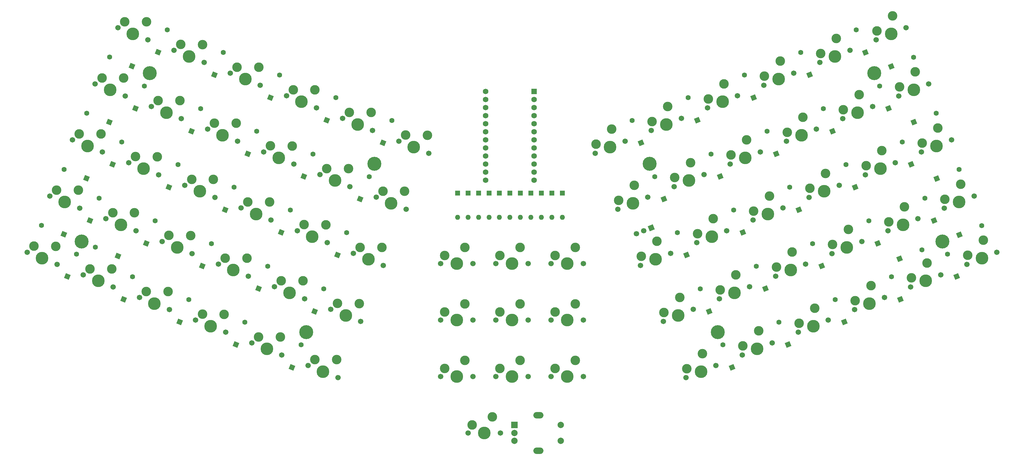
<source format=gts>
G04 #@! TF.GenerationSoftware,KiCad,Pcbnew,8.0.1*
G04 #@! TF.CreationDate,2024-05-03T20:41:19+02:00*
G04 #@! TF.ProjectId,boomerang,626f6f6d-6572-4616-9e67-2e6b69636164,rev?*
G04 #@! TF.SameCoordinates,Original*
G04 #@! TF.FileFunction,Soldermask,Top*
G04 #@! TF.FilePolarity,Negative*
%FSLAX46Y46*%
G04 Gerber Fmt 4.6, Leading zero omitted, Abs format (unit mm)*
G04 Created by KiCad (PCBNEW 8.0.1) date 2024-05-03 20:41:19*
%MOMM*%
%LPD*%
G01*
G04 APERTURE LIST*
G04 Aperture macros list*
%AMHorizOval*
0 Thick line with rounded ends*
0 $1 width*
0 $2 $3 position (X,Y) of the first rounded end (center of the circle)*
0 $4 $5 position (X,Y) of the second rounded end (center of the circle)*
0 Add line between two ends*
20,1,$1,$2,$3,$4,$5,0*
0 Add two circle primitives to create the rounded ends*
1,1,$1,$2,$3*
1,1,$1,$4,$5*%
%AMRotRect*
0 Rectangle, with rotation*
0 The origin of the aperture is its center*
0 $1 length*
0 $2 width*
0 $3 Rotation angle, in degrees counterclockwise*
0 Add horizontal line*
21,1,$1,$2,0,0,$3*%
G04 Aperture macros list end*
%ADD10RotRect,1.600000X1.600000X68.000000*%
%ADD11HorizOval,1.600000X0.000000X0.000000X0.000000X0.000000X0*%
%ADD12C,1.701800*%
%ADD13C,3.000000*%
%ADD14C,3.987800*%
%ADD15RotRect,1.600000X1.600000X112.000000*%
%ADD16HorizOval,1.600000X0.000000X0.000000X0.000000X0.000000X0*%
%ADD17RotRect,1.700000X1.700000X292.000000*%
%ADD18HorizOval,1.700000X0.000000X0.000000X0.000000X0.000000X0*%
%ADD19R,1.600000X1.600000*%
%ADD20O,1.600000X1.600000*%
%ADD21RotRect,1.600000X1.600000X22.000000*%
%ADD22HorizOval,1.600000X0.000000X0.000000X0.000000X0.000000X0*%
%ADD23RotRect,1.600000X1.600000X158.000000*%
%ADD24HorizOval,1.600000X0.000000X0.000000X0.000000X0.000000X0*%
%ADD25C,4.400000*%
%ADD26O,3.200000X2.000000*%
%ADD27R,2.000000X2.000000*%
%ADD28C,2.000000*%
%ADD29R,1.752600X1.752600*%
%ADD30C,1.752600*%
G04 APERTURE END LIST*
D10*
X90716236Y-70674026D03*
D11*
X93570738Y-63608885D03*
D12*
X302507555Y-134048979D03*
D13*
X302733578Y-131218182D03*
D14*
X307217649Y-132145978D03*
D13*
X307669694Y-126484383D03*
D12*
X311927743Y-130242977D03*
X214235955Y-137211431D03*
D13*
X215505955Y-134671431D03*
D14*
X219315955Y-137211431D03*
D13*
X221855955Y-132131431D03*
D12*
X224395955Y-137211431D03*
D15*
X313023542Y-70744577D03*
D16*
X310169040Y-63679436D03*
D12*
X74325810Y-123107534D03*
D13*
X76454834Y-121228237D03*
D14*
X79035904Y-125010535D03*
D13*
X83293952Y-121251942D03*
D12*
X83745998Y-126913536D03*
D17*
X245755047Y-125948499D03*
D18*
X243400000Y-126900000D03*
X241044953Y-127851500D03*
D15*
X327472682Y-105998919D03*
D16*
X324618180Y-98933778D03*
D12*
X228110230Y-102469189D03*
D13*
X228336253Y-99638392D03*
D14*
X232820324Y-100566188D03*
D13*
X233272369Y-94904593D03*
D12*
X237530418Y-98663187D03*
D15*
X292146977Y-120271430D03*
D16*
X289292475Y-113206289D03*
D19*
X217823451Y-115061431D03*
D20*
X217823451Y-122681431D03*
D15*
X341745193Y-141324624D03*
D16*
X338890691Y-134259483D03*
D12*
X337833259Y-119776468D03*
D13*
X338059282Y-116945671D03*
D14*
X342543353Y-117873467D03*
D13*
X342995398Y-112211872D03*
D12*
X347253447Y-115970466D03*
D10*
X118883209Y-102665021D03*
D11*
X121737711Y-95599880D03*
D12*
X179520955Y-172771431D03*
D13*
X180790955Y-170231431D03*
D14*
X184600955Y-172771431D03*
D13*
X187140955Y-167691431D03*
D12*
X189680955Y-172771431D03*
X235246487Y-120132041D03*
D13*
X235472510Y-117301244D03*
D14*
X239956581Y-118229040D03*
D13*
X240408626Y-112567445D03*
D12*
X244666675Y-116326039D03*
D15*
X263976258Y-152253152D03*
D16*
X261121756Y-145188011D03*
D10*
X139940149Y-152253966D03*
D11*
X142794651Y-145188825D03*
D12*
X123924026Y-102054341D03*
D13*
X126053050Y-100175044D03*
D14*
X128634120Y-103957342D03*
D13*
X132892168Y-100198749D03*
D12*
X133344214Y-105860343D03*
X137840965Y-169315410D03*
D13*
X139969989Y-167436113D03*
D14*
X142551059Y-171218411D03*
D13*
X146809107Y-167459818D03*
D12*
X147261153Y-173121412D03*
X144977219Y-151652557D03*
D13*
X147106243Y-149773260D03*
D14*
X149687313Y-153555558D03*
D13*
X153945361Y-149796965D03*
D12*
X154397407Y-155458559D03*
D10*
X126041941Y-84946539D03*
D11*
X128896443Y-77881398D03*
D12*
X249518998Y-155457746D03*
D13*
X249745021Y-152626949D03*
D14*
X254229092Y-153554745D03*
D13*
X254681137Y-147893150D03*
D12*
X258939186Y-151651744D03*
X252909338Y-112995786D03*
D13*
X253135361Y-110164989D03*
D14*
X257619432Y-111092785D03*
D13*
X258071477Y-105431190D03*
D12*
X262329526Y-109189784D03*
X141586881Y-109190597D03*
D13*
X143715905Y-107311300D03*
D14*
X146296975Y-111093598D03*
D13*
X150555023Y-107335005D03*
D12*
X151007069Y-112996599D03*
D10*
X122277295Y-145117710D03*
D11*
X125131797Y-138052569D03*
D12*
X267181851Y-148321491D03*
D13*
X267407874Y-145490694D03*
D14*
X271891945Y-146418490D03*
D13*
X272343990Y-140756895D03*
D12*
X276602039Y-144515489D03*
D10*
X115159769Y-162734204D03*
D11*
X118014271Y-155669063D03*
D15*
X288756636Y-162733391D03*
D16*
X285902134Y-155668250D03*
D12*
X81462067Y-105444684D03*
D13*
X83591091Y-103565387D03*
D14*
X86172161Y-107347685D03*
D13*
X90430209Y-103589092D03*
D12*
X90882255Y-109250686D03*
X270572192Y-105859530D03*
D13*
X270798215Y-103028733D03*
D14*
X275282286Y-103956529D03*
D13*
X275734331Y-98294934D03*
D12*
X279992380Y-102053528D03*
D15*
X295537319Y-77809470D03*
D16*
X292682817Y-70744329D03*
D21*
X342578911Y-128132145D03*
D22*
X349644052Y-125277643D03*
D10*
X62171214Y-141325438D03*
D11*
X65025716Y-134260297D03*
D12*
X245773084Y-95332933D03*
D13*
X245999107Y-92502136D03*
D14*
X250483178Y-93429932D03*
D13*
X250935223Y-87768337D03*
D12*
X255193272Y-91526931D03*
X196878455Y-154991431D03*
D13*
X198148455Y-152451431D03*
D14*
X201958455Y-154991431D03*
D13*
X204498455Y-149911431D03*
D12*
X207038455Y-154991431D03*
D15*
X299301962Y-137980641D03*
D16*
X296447460Y-130915500D03*
D12*
X148723133Y-91527745D03*
D13*
X150852157Y-89648448D03*
D14*
X153433227Y-93430746D03*
D13*
X157691275Y-89672153D03*
D12*
X158143321Y-95333747D03*
X284844703Y-141185235D03*
D13*
X285070726Y-138354438D03*
D14*
X289554797Y-139282234D03*
D13*
X290006842Y-133620639D03*
D12*
X294264891Y-137379233D03*
D23*
X78055062Y-134887292D03*
D24*
X70989921Y-132032790D03*
D15*
X274484124Y-127407686D03*
D16*
X271629622Y-120342545D03*
D25*
X137287761Y-158818856D03*
D10*
X161367646Y-99219050D03*
D11*
X164222148Y-92153909D03*
D15*
X277874466Y-84945726D03*
D16*
X275019964Y-77880585D03*
D12*
X196878455Y-172771431D03*
D13*
X198148455Y-170231431D03*
D14*
X201958455Y-172771431D03*
D13*
X204498455Y-167691431D03*
D12*
X207038455Y-172771431D03*
D10*
X83557502Y-88392511D03*
D11*
X86412004Y-81327370D03*
D19*
X188123458Y-115061431D03*
D20*
X188123458Y-122681431D03*
D12*
X99124918Y-112580937D03*
D13*
X101253942Y-110701640D03*
D14*
X103835012Y-114483938D03*
D13*
X108093060Y-110725345D03*
D12*
X108545106Y-116386939D03*
X313034152Y-109249871D03*
D13*
X313260175Y-106419074D03*
D14*
X317744246Y-107346870D03*
D13*
X318196291Y-101685275D03*
D12*
X322454340Y-105443869D03*
D21*
X323797412Y-135720364D03*
D22*
X330862553Y-132865862D03*
D12*
X256655254Y-173120598D03*
D13*
X256881277Y-170289801D03*
D14*
X261365348Y-171217597D03*
D13*
X261817393Y-165556002D03*
D12*
X266075442Y-169314596D03*
D23*
X68201550Y-110424343D03*
D24*
X61136409Y-107569841D03*
D15*
X316964815Y-130844386D03*
D16*
X314110313Y-123779245D03*
D12*
X327306664Y-144575576D03*
D13*
X327532687Y-141744779D03*
D14*
X332016758Y-142672575D03*
D13*
X332468803Y-137010980D03*
D12*
X336726852Y-140769574D03*
D21*
X328273097Y-92724013D03*
D22*
X335338238Y-89869511D03*
D25*
X88045117Y-77285275D03*
D12*
X166385989Y-98664001D03*
D13*
X168515013Y-96784704D03*
D14*
X171096083Y-100567002D03*
D13*
X175354131Y-96808409D03*
D12*
X175806177Y-102470003D03*
X298761640Y-73924167D03*
D13*
X298987663Y-71093370D03*
D14*
X303471734Y-72021166D03*
D13*
X303923779Y-66359571D03*
D12*
X308181828Y-70118165D03*
X281098789Y-81060422D03*
D13*
X281324812Y-78229625D03*
D14*
X285808883Y-79157421D03*
D13*
X286260928Y-73495826D03*
D12*
X290518977Y-77254420D03*
X95734575Y-70118977D03*
D13*
X97863599Y-68239680D03*
D14*
X100444669Y-72021978D03*
D13*
X104702717Y-68263385D03*
D12*
X105154763Y-73924979D03*
X84852407Y-147906644D03*
D13*
X86981431Y-146027347D03*
D14*
X89562501Y-149809645D03*
D13*
X93820549Y-146051052D03*
D12*
X94272595Y-151712646D03*
D10*
X143704793Y-92082794D03*
D11*
X146559295Y-85017653D03*
D10*
X97496919Y-155597949D03*
D11*
X100351421Y-148532808D03*
D12*
X91988665Y-130243791D03*
D13*
X94117689Y-128364494D03*
D14*
X96698759Y-132146792D03*
D13*
X100956807Y-128388199D03*
D12*
X101408853Y-134049793D03*
X134450622Y-126853449D03*
D13*
X136579646Y-124974152D03*
D14*
X139160716Y-128756450D03*
D13*
X143418764Y-124997857D03*
D12*
X143870810Y-130659451D03*
D25*
X158696526Y-105830299D03*
D19*
X201323454Y-115061431D03*
D20*
X201323454Y-122681431D03*
D12*
X88598322Y-87781830D03*
D13*
X90727346Y-85902533D03*
D14*
X93308416Y-89684831D03*
D13*
X97566464Y-85926238D03*
D12*
X98018510Y-91587832D03*
X309643811Y-151711831D03*
D13*
X309869834Y-148881034D03*
D14*
X314353905Y-149808830D03*
D13*
X314805950Y-144147235D03*
D12*
X319063999Y-147905829D03*
X179520955Y-154991431D03*
D13*
X180790955Y-152451431D03*
D14*
X184600955Y-154991431D03*
D13*
X187140955Y-149911431D03*
D12*
X189680955Y-154991431D03*
X56662959Y-115971279D03*
D13*
X58791983Y-114091982D03*
D14*
X61373053Y-117874280D03*
D13*
X65631101Y-114115687D03*
D12*
X66083147Y-119777281D03*
D15*
X302696050Y-95527952D03*
D16*
X299841548Y-88462811D03*
D23*
X75356536Y-92715131D03*
D24*
X68291395Y-89860629D03*
D19*
X204623453Y-115061431D03*
D20*
X204623453Y-122681431D03*
D12*
X316424494Y-66787911D03*
D13*
X316650517Y-63957114D03*
D14*
X321134588Y-64884910D03*
D13*
X321586633Y-59223315D03*
D12*
X325844682Y-62981909D03*
X78071727Y-62982723D03*
D13*
X80200751Y-61103426D03*
D14*
X82781821Y-64885724D03*
D13*
X87039869Y-61127131D03*
D12*
X87491915Y-66788725D03*
D23*
X61087598Y-128031991D03*
D24*
X54022457Y-125177489D03*
D15*
X267370345Y-109800464D03*
D16*
X264515843Y-102735323D03*
D12*
X127314369Y-144516302D03*
D13*
X129443393Y-142637005D03*
D14*
X132024463Y-146419303D03*
D13*
X136282511Y-142660710D03*
D12*
X136734557Y-148322304D03*
D15*
X256821273Y-134543942D03*
D16*
X253966771Y-127478801D03*
D10*
X101220357Y-95528767D03*
D11*
X104074859Y-88463626D03*
D12*
X320170408Y-126912723D03*
D13*
X320396431Y-124081926D03*
D14*
X324880502Y-125009722D03*
D13*
X325332547Y-119348127D03*
D12*
X329590596Y-123106721D03*
X295371300Y-116386127D03*
D13*
X295597323Y-113555330D03*
D14*
X300081394Y-114483126D03*
D13*
X300533439Y-108821531D03*
D12*
X304791488Y-112580125D03*
D26*
X210252205Y-184951431D03*
X210252205Y-196151431D03*
D27*
X202752205Y-188051431D03*
D28*
X202752205Y-193051431D03*
X202752205Y-190551431D03*
X217252205Y-193051431D03*
X217252205Y-188051431D03*
D10*
X147095135Y-134544755D03*
D11*
X149949637Y-127479614D03*
D10*
X76443724Y-105999731D03*
D11*
X79298226Y-98934590D03*
D10*
X79834064Y-148461692D03*
D11*
X82688566Y-141396551D03*
D15*
X285033197Y-102664208D03*
D16*
X282178695Y-95599067D03*
D19*
X211223451Y-115061431D03*
D20*
X211223451Y-122681431D03*
D10*
X132822623Y-169870460D03*
D11*
X135677125Y-162805319D03*
D12*
X179520955Y-137211431D03*
D13*
X180790955Y-134671431D03*
D14*
X184600955Y-137211431D03*
D13*
X187140955Y-132131431D03*
D12*
X189680955Y-137211431D03*
D10*
X108379089Y-77810284D03*
D11*
X111233591Y-70745143D03*
D12*
X330697005Y-102113615D03*
D13*
X330923028Y-99282818D03*
D14*
X335407099Y-100210614D03*
D13*
X335859144Y-94549019D03*
D12*
X340117193Y-98307613D03*
X196878455Y-137211431D03*
D13*
X198148455Y-134671431D03*
D14*
X201958455Y-137211431D03*
D13*
X204498455Y-132131431D03*
D12*
X207038455Y-137211431D03*
X263435935Y-88196678D03*
D13*
X263661958Y-85365881D03*
D14*
X268146029Y-86293677D03*
D13*
X268598074Y-80632082D03*
D12*
X272856123Y-84390676D03*
D10*
X69288737Y-123708944D03*
D11*
X72143239Y-116643803D03*
D15*
X260211613Y-92081982D03*
D16*
X257357111Y-85016841D03*
D12*
X323560749Y-84450763D03*
D13*
X323786772Y-81619966D03*
D14*
X328270843Y-82547762D03*
D13*
X328722888Y-76886167D03*
D12*
X332980937Y-80644761D03*
D19*
X184823459Y-115061431D03*
D20*
X184823459Y-122681431D03*
D25*
X245219878Y-105829486D03*
D12*
X63799214Y-98308427D03*
D13*
X65928238Y-96429130D03*
D14*
X68509308Y-100211428D03*
D13*
X72767356Y-96452835D03*
D12*
X73219402Y-102114429D03*
X188199705Y-190551431D03*
D13*
X189469705Y-188011431D03*
D14*
X193279705Y-190551431D03*
D13*
X195819705Y-185471431D03*
D12*
X198359705Y-190551431D03*
X131060284Y-84391489D03*
D13*
X133189308Y-82512192D03*
D14*
X135770378Y-86294490D03*
D13*
X140028426Y-82535897D03*
D12*
X140480472Y-88197491D03*
X242382743Y-137794893D03*
D13*
X242608766Y-134964096D03*
D14*
X247092837Y-135891892D03*
D13*
X247544882Y-130230297D03*
D12*
X251802931Y-133988891D03*
X67189557Y-140770387D03*
D13*
X69318581Y-138891090D03*
D14*
X71899651Y-142673388D03*
D13*
X76157699Y-138914795D03*
D12*
X76609745Y-144576389D03*
D19*
X194723456Y-115061431D03*
D20*
X194723456Y-122681431D03*
D12*
X49526703Y-133634131D03*
D13*
X51655727Y-131754834D03*
D14*
X54236797Y-135537132D03*
D13*
X58494845Y-131778539D03*
D12*
X58946891Y-137440133D03*
D19*
X207923452Y-115061431D03*
D20*
X207923452Y-122681431D03*
D25*
X315871289Y-77284464D03*
D12*
X152113477Y-133989705D03*
D13*
X154242501Y-132110408D03*
D14*
X156823571Y-135892706D03*
D13*
X161081619Y-132134113D03*
D12*
X161533665Y-137795707D03*
D25*
X266628646Y-158818043D03*
D10*
X129432281Y-127408499D03*
D11*
X132286783Y-120343358D03*
D12*
X277708448Y-123522383D03*
D13*
X277934471Y-120691586D03*
D14*
X282418542Y-121619382D03*
D13*
X282870587Y-115957787D03*
D12*
X287128636Y-119716381D03*
X159249732Y-116326854D03*
D13*
X161378756Y-114447557D03*
D14*
X163959826Y-118229855D03*
D13*
X168217874Y-114471262D03*
D12*
X168669920Y-120132856D03*
D19*
X191423457Y-115061431D03*
D20*
X191423457Y-122681431D03*
D10*
X136546061Y-109801278D03*
D11*
X139400563Y-102736137D03*
D12*
X214235955Y-154991431D03*
D13*
X215505955Y-152451431D03*
D14*
X219315955Y-154991431D03*
D13*
X221855955Y-149911431D03*
D12*
X224395955Y-154991431D03*
X344969515Y-137439321D03*
D13*
X345195538Y-134608524D03*
D14*
X349679609Y-135536320D03*
D13*
X350131654Y-129874725D03*
D12*
X354389703Y-133633319D03*
D15*
X249707492Y-116936720D03*
D16*
X246852990Y-109871579D03*
D15*
X324082341Y-148460880D03*
D16*
X321227839Y-141395739D03*
D12*
X214235955Y-172771431D03*
D13*
X215505955Y-170231431D03*
D14*
X219315955Y-172771431D03*
D13*
X221855955Y-167691431D03*
D12*
X224395955Y-172771431D03*
D19*
X214523450Y-115061431D03*
D20*
X214523450Y-122681431D03*
D15*
X309809829Y-113135175D03*
D16*
X306955327Y-106070034D03*
D10*
X104614445Y-137981456D03*
D11*
X107468947Y-130916315D03*
D10*
X94106576Y-113135988D03*
D11*
X96961078Y-106070847D03*
D12*
X109651514Y-137380045D03*
D13*
X111780538Y-135500748D03*
D14*
X114361608Y-139283046D03*
D13*
X118619656Y-135524453D03*
D12*
X119071702Y-141186047D03*
D21*
X335442655Y-110469292D03*
D22*
X342507796Y-107614790D03*
D19*
X198023455Y-115061431D03*
D20*
X198023455Y-122681431D03*
D12*
X120178112Y-162179154D03*
D13*
X122307136Y-160299857D03*
D14*
X124888206Y-164082155D03*
D13*
X129146254Y-160323562D03*
D12*
X129598300Y-165985156D03*
D15*
X242548761Y-99218237D03*
D16*
X239694259Y-92153096D03*
D15*
X271093784Y-169869646D03*
D16*
X268239282Y-162804505D03*
D23*
X82496365Y-75043434D03*
D24*
X75431224Y-72188932D03*
D25*
X66636350Y-130273833D03*
D15*
X306419489Y-155597135D03*
D16*
X303564987Y-148531994D03*
D21*
X321170144Y-75143587D03*
D22*
X328235285Y-72289085D03*
D10*
X111769431Y-120272244D03*
D11*
X114623933Y-113207103D03*
D10*
X86951591Y-130845199D03*
D11*
X89806093Y-123780058D03*
D10*
X154208913Y-116937532D03*
D11*
X157063415Y-109872391D03*
D12*
X116787773Y-119717194D03*
D13*
X118916797Y-117837897D03*
D14*
X121497867Y-121620195D03*
D13*
X125755915Y-117861602D03*
D12*
X126207961Y-123523196D03*
X274318106Y-165984343D03*
D13*
X274544129Y-163153546D03*
D14*
X279028200Y-164081342D03*
D13*
X279480245Y-158419747D03*
D12*
X283738294Y-162178341D03*
D15*
X320358903Y-88391697D03*
D16*
X317504401Y-81326556D03*
D15*
X281639111Y-145116897D03*
D16*
X278784609Y-138051756D03*
D12*
X305897897Y-91587019D03*
D13*
X306123920Y-88756222D03*
D14*
X310607991Y-89684018D03*
D13*
X311060036Y-84022423D03*
D12*
X315318085Y-87781017D03*
D15*
X334627668Y-123708130D03*
D16*
X331773166Y-116642989D03*
D12*
X70935471Y-80645575D03*
D13*
X73064495Y-78766278D03*
D14*
X75645565Y-82548576D03*
D13*
X79903613Y-78789983D03*
D12*
X80355659Y-84451577D03*
X291980959Y-158848087D03*
D13*
X292206982Y-156017290D03*
D14*
X296691053Y-156945086D03*
D13*
X297143098Y-151283491D03*
D12*
X301401147Y-155042085D03*
X106261176Y-94918086D03*
D13*
X108390200Y-93038789D03*
D14*
X110971270Y-96821087D03*
D13*
X115229318Y-93062494D03*
D12*
X115681364Y-98724088D03*
X102515261Y-155042899D03*
D13*
X104644285Y-153163602D03*
D14*
X107225355Y-156945900D03*
D13*
X111483403Y-153187307D03*
D12*
X111935449Y-158848901D03*
X113397431Y-77255233D03*
D13*
X115526455Y-75375936D03*
D14*
X118107525Y-79158234D03*
D13*
X122365573Y-75399641D03*
D12*
X122817619Y-81061235D03*
X288235043Y-98723275D03*
D13*
X288461066Y-95892478D03*
D14*
X292945137Y-96820274D03*
D13*
X293397182Y-91158679D03*
D12*
X297655231Y-94917273D03*
X260045595Y-130658638D03*
D13*
X260271618Y-127827841D03*
D14*
X264755689Y-128755637D03*
D13*
X265207734Y-123094042D03*
D12*
X269465783Y-126852636D03*
D25*
X337280055Y-130273022D03*
D29*
X208943455Y-83071431D03*
D30*
X208943455Y-85611431D03*
X208943455Y-88151431D03*
X208943455Y-90691431D03*
X208943455Y-93231431D03*
X208943455Y-95771431D03*
X208943455Y-98311431D03*
X208943455Y-100851431D03*
X208943455Y-103391431D03*
X208943455Y-105931431D03*
X208943455Y-108471431D03*
X208943455Y-111011431D03*
X193703455Y-111011431D03*
X193703455Y-108471431D03*
X193703455Y-105931431D03*
X193703455Y-103391431D03*
X193703455Y-100851431D03*
X193703455Y-98311431D03*
X193703455Y-95771431D03*
X193703455Y-93231431D03*
X193703455Y-90691431D03*
X193703455Y-88151431D03*
X193703455Y-85611431D03*
X193703455Y-83071431D03*
M02*

</source>
